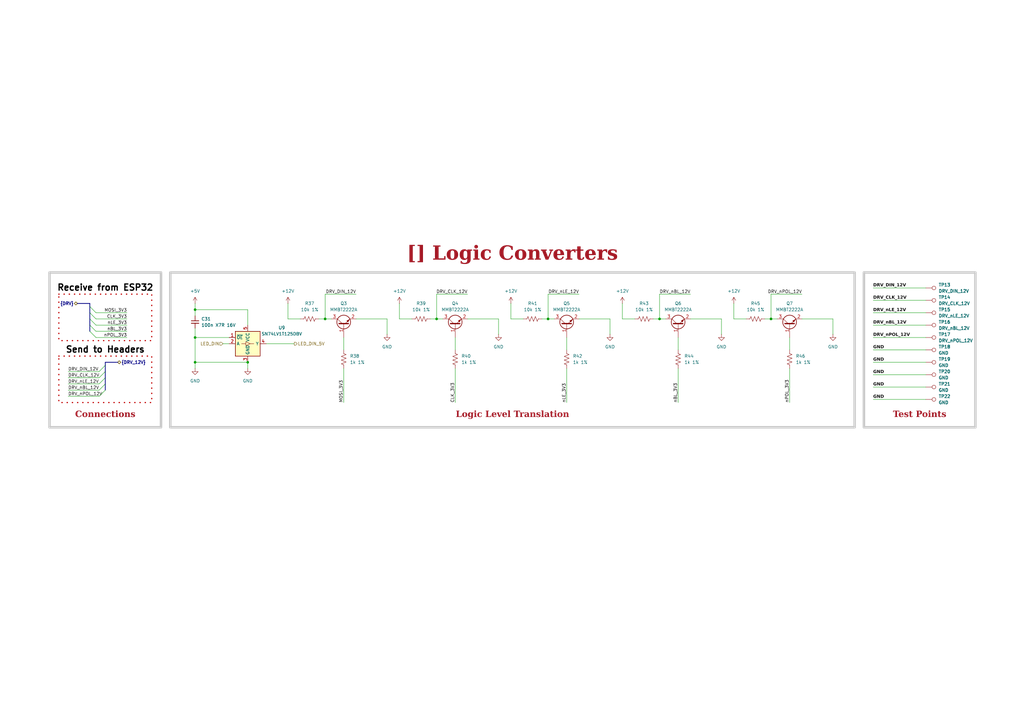
<source format=kicad_sch>
(kicad_sch (version 20231120) (generator "eeschema") (generator_version "8.0")
  (paper "A3")
  (title_block (title "Logic Converters") (date "2025-02-15") (rev "${REVISION}") (company "${COMPANY}"))
  (lib_symbols
    (symbol "Connector:TestPoint" (pin_numbers hide) (pin_names (offset 0.762) hide)
      (property "Reference" "TP" (at 0 6.858 0))
      (property "Value" "TestPoint" (at 0 5.08 0))
      (symbol "TestPoint_0_1"
        (circle (center 0 3.302) (radius 0.762))
      )
      (symbol "TestPoint_1_1"
        (pin passive line (at 0 0 90) (length 2.54) (name "1") (number "1"))
      )
    )
    (symbol "Device:C_Small" (pin_numbers hide) (pin_names (offset 0.254) hide)
      (property "Reference" "C" (at 0.254 1.778 0))
      (property "Value" "C_Small" (at 0.254 -2.032 0))
      (symbol "C_Small_0_1"
        (polyline (pts (xy -1.524 -0.508) (xy 1.524 -0.508)) (stroke (width 0.3302)))
        (polyline (pts (xy -1.524 0.508) (xy 1.524 0.508)) (stroke (width 0.3048)))
      )
      (symbol "C_Small_1_1"
        (pin passive line (at 0 2.54 270) (length 2.032) (name "~") (number "1"))
        (pin passive line (at 0 -2.54 90) (length 2.032) (name "~") (number "2"))
      )
    )
    (symbol "Device:R_US" (pin_numbers hide) (pin_names (offset 0))
      (property "Reference" "R" (at 2.54 0 90))
      (property "Value" "R_US" (at -2.54 0 90))
      (symbol "R_US_0_1"
        (polyline (pts (xy 0 -2.286) (xy 0 -2.54)))
        (polyline (pts (xy 0 2.286) (xy 0 2.54)))
        (polyline (pts (xy 0 -0.762) (xy 1.016 -1.143) (xy 0 -1.524) (xy -1.016 -1.905) (xy 0 -2.286)))
        (polyline (pts (xy 0 0.762) (xy 1.016 0.381) (xy 0 0) (xy -1.016 -0.381) (xy 0 -0.762)))
        (polyline (pts (xy 0 2.286) (xy 1.016 1.905) (xy 0 1.524) (xy -1.016 1.143) (xy 0 0.762)))
      )
      (symbol "R_US_1_1"
        (pin passive line (at 0 3.81 270) (length 1.27) (name "~") (number "1"))
        (pin passive line (at 0 -3.81 90) (length 1.27) (name "~") (number "2"))
      )
    )
    (symbol "Logic_LevelTranslator:SN74LV1T125DBV"
      (property "Reference" "U" (at 5.08 6.35 0))
      (property "Value" "SN74LV1T125DBV" (at 5.08 3.81 0))
      (symbol "SN74LV1T125DBV_0_1"
        (rectangle (start -5.08 5.08) (end 5.08 -5.08) (stroke (width 0.254)) (fill (type background)))
        (polyline (pts (xy -0.762 0) (xy -2.54 0)))
        (polyline (pts (xy 1.016 0) (xy 2.54 0)))
      )
      (symbol "SN74LV1T125DBV_1_1"
        (polyline (pts (xy -0.762 -0.762) (xy -0.762 0.762) (xy 1.016 0) (xy -0.762 -0.762)))
        (pin input line (at -7.62 2.54 0) (length 2.54) (name "~{OE}") (number "1"))
        (pin input line (at -7.62 0 0) (length 2.54) (name "A") (number "2"))
        (pin power_in line (at 0 -7.62 90) (length 2.54) (name "GND") (number "3"))
        (pin output line (at 7.62 0 180) (length 2.54) (name "Y") (number "4"))
        (pin power_in line (at 0 7.62 270) (length 2.54) (name "VCC") (number "5"))
      )
    )
    (symbol "Transistor_BJT:MMBT2222A" (pin_names (offset 0) hide)
      (property "Reference" "Q" (at 5.08 1.905 0))
      (property "Value" "MMBT2222A" (at 5.08 0 0))
      (symbol "MMBT2222A_0_1"
        (polyline (pts (xy 0.635 0.635) (xy 2.54 2.54)))
        (polyline (pts (xy 0.635 -0.635) (xy 2.54 -2.54) (xy 2.54 -2.54)))
        (polyline (pts (xy 0.635 1.905) (xy 0.635 -1.905) (xy 0.635 -1.905)) (stroke (width 0.508)))
        (polyline (pts (xy 1.27 -1.778) (xy 1.778 -1.27) (xy 2.286 -2.286) (xy 1.27 -1.778) (xy 1.27 -1.778)) (fill (type outline)))
        (circle (center 1.27 0) (radius 2.8194) (stroke (width 0.254)))
      )
      (symbol "MMBT2222A_1_1"
        (pin input line (at -5.08 0 0) (length 5.715) (name "B") (number "1"))
        (pin passive line (at 2.54 -5.08 90) (length 2.54) (name "E") (number "2"))
        (pin passive line (at 2.54 5.08 270) (length 2.54) (name "C") (number "3"))
      )
    )
    (symbol "power:+12V" (power) (pin_numbers hide) (pin_names (offset 0) hide)
      (property "Value" "+12V" (at 0 3.556 0))
      (symbol "+12V_0_1"
        (polyline (pts (xy -0.762 1.27) (xy 0 2.54)))
        (polyline (pts (xy 0 0) (xy 0 2.54)))
        (polyline (pts (xy 0 2.54) (xy 0.762 1.27)))
      )
      (symbol "+12V_1_1"
        (pin power_in line (at 0 0 90) (length 0) (name "~") (number "1"))
      )
    )
    (symbol "power:+5V" (power) (pin_numbers hide) (pin_names (offset 0) hide)
      (property "Value" "+5V" (at 0 3.556 0))
      (symbol "+5V_0_1"
        (polyline (pts (xy -0.762 1.27) (xy 0 2.54)))
        (polyline (pts (xy 0 0) (xy 0 2.54)))
        (polyline (pts (xy 0 2.54) (xy 0.762 1.27)))
      )
      (symbol "+5V_1_1"
        (pin power_in line (at 0 0 90) (length 0) (name "~") (number "1"))
      )
    )
    (symbol "power:GND" (power) (pin_numbers hide) (pin_names (offset 0) hide)
      (property "Value" "GND" (at 0 -3.81 0))
      (symbol "GND_0_1"
        (polyline (pts (xy 0 0) (xy 0 -1.27) (xy 1.27 -1.27) (xy 0 -2.54) (xy -1.27 -1.27) (xy 0 -1.27)))
      )
      (symbol "GND_1_1"
        (pin power_in line (at 0 0 270) (length 0) (name "~") (number "1"))
      )
    )
  )
  (junction (at 80.01 148.59))
  (junction (at 179.07 130.81))
  (junction (at 80.01 138.43))
  (junction (at 133.35 130.81))
  (junction (at 316.23 130.81))
  (junction (at 224.79 130.81))
  (junction (at 80.01 127))
  (junction (at 101.6 148.59))
  (junction (at 270.51 130.81))
  (bus_entry (at 40.64 157.48) (size 2.54 -2.54))
  (bus_entry (at 39.37 130.81) (size -2.54 -2.54))
  (bus_entry (at 40.64 154.94) (size 2.54 -2.54))
  (bus_entry (at 39.37 128.27) (size -2.54 -2.54))
  (bus_entry (at 39.37 135.89) (size -2.54 -2.54))
  (bus_entry (at 40.64 160.02) (size 2.54 -2.54))
  (bus_entry (at 39.37 138.43) (size -2.54 -2.54))
  (bus_entry (at 40.64 162.56) (size 2.54 -2.54))
  (bus_entry (at 39.37 133.35) (size -2.54 -2.54))
  (bus_entry (at 40.64 152.4) (size 2.54 -2.54))
  (wire (pts (xy 27.94 157.48) (xy 40.64 157.48)))
  (wire (pts (xy 316.23 130.81) (xy 318.77 130.81)))
  (wire (pts (xy 278.13 165.1) (xy 278.13 151.13)))
  (wire (pts (xy 255.27 130.81) (xy 260.35 130.81)))
  (wire (pts (xy 179.07 120.65) (xy 191.77 120.65)))
  (wire (pts (xy 39.37 133.35) (xy 52.07 133.35)))
  (wire (pts (xy 80.01 127) (xy 101.6 127)))
  (wire (pts (xy 341.63 130.81) (xy 341.63 137.16)))
  (wire (pts (xy 204.47 130.81) (xy 204.47 137.16)))
  (wire (pts (xy 186.69 165.1) (xy 186.69 151.13)))
  (wire (pts (xy 101.6 148.59) (xy 101.6 151.13)))
  (bus (pts (xy 36.83 125.73) (xy 36.83 128.27)))
  (wire (pts (xy 101.6 127) (xy 101.6 133.35)))
  (wire (pts (xy 27.94 152.4) (xy 40.64 152.4)))
  (wire (pts (xy 133.35 130.81) (xy 133.35 120.65)))
  (bus (pts (xy 31.75 124.46) (xy 36.83 124.46)))
  (bus (pts (xy 36.83 124.46) (xy 36.83 125.73)))
  (wire (pts (xy 224.79 130.81) (xy 224.79 120.65)))
  (wire (pts (xy 358.14 143.51) (xy 379.73 143.51)))
  (wire (pts (xy 267.97 130.81) (xy 270.51 130.81)))
  (wire (pts (xy 283.21 130.81) (xy 295.91 130.81)))
  (wire (pts (xy 39.37 138.43) (xy 52.07 138.43)))
  (wire (pts (xy 130.81 130.81) (xy 133.35 130.81)))
  (bus (pts (xy 48.26 148.59) (xy 43.18 148.59)))
  (wire (pts (xy 163.83 124.46) (xy 163.83 130.81)))
  (wire (pts (xy 163.83 130.81) (xy 168.91 130.81)))
  (wire (pts (xy 176.53 130.81) (xy 179.07 130.81)))
  (wire (pts (xy 186.69 138.43) (xy 186.69 143.51)))
  (bus (pts (xy 36.83 128.27) (xy 36.83 130.81)))
  (wire (pts (xy 39.37 135.89) (xy 52.07 135.89)))
  (wire (pts (xy 300.99 124.46) (xy 300.99 130.81)))
  (wire (pts (xy 27.94 160.02) (xy 40.64 160.02)))
  (wire (pts (xy 278.13 138.43) (xy 278.13 143.51)))
  (wire (pts (xy 80.01 138.43) (xy 80.01 148.59)))
  (bus (pts (xy 36.83 133.35) (xy 36.83 135.89)))
  (wire (pts (xy 133.35 120.65) (xy 146.05 120.65)))
  (wire (pts (xy 209.55 130.81) (xy 214.63 130.81)))
  (wire (pts (xy 270.51 120.65) (xy 283.21 120.65)))
  (wire (pts (xy 39.37 130.81) (xy 52.07 130.81)))
  (wire (pts (xy 323.85 165.1) (xy 323.85 151.13)))
  (wire (pts (xy 80.01 127) (xy 80.01 129.54)))
  (wire (pts (xy 232.41 165.1) (xy 232.41 151.13)))
  (wire (pts (xy 179.07 130.81) (xy 179.07 120.65)))
  (wire (pts (xy 191.77 130.81) (xy 204.47 130.81)))
  (bus (pts (xy 43.18 157.48) (xy 43.18 160.02)))
  (wire (pts (xy 250.19 130.81) (xy 250.19 137.16)))
  (wire (pts (xy 80.01 134.62) (xy 80.01 138.43)))
  (wire (pts (xy 140.97 138.43) (xy 140.97 143.51)))
  (wire (pts (xy 270.51 130.81) (xy 270.51 120.65)))
  (wire (pts (xy 179.07 130.81) (xy 181.61 130.81)))
  (wire (pts (xy 358.14 118.11) (xy 379.73 118.11)))
  (wire (pts (xy 358.14 153.67) (xy 379.73 153.67)))
  (bus (pts (xy 36.83 130.81) (xy 36.83 133.35)))
  (wire (pts (xy 146.05 130.81) (xy 158.75 130.81)))
  (wire (pts (xy 237.49 130.81) (xy 250.19 130.81)))
  (wire (pts (xy 316.23 130.81) (xy 316.23 120.65)))
  (wire (pts (xy 209.55 124.46) (xy 209.55 130.81)))
  (wire (pts (xy 80.01 148.59) (xy 80.01 151.13)))
  (wire (pts (xy 358.14 128.27) (xy 379.73 128.27)))
  (wire (pts (xy 270.51 130.81) (xy 273.05 130.81)))
  (wire (pts (xy 118.11 124.46) (xy 118.11 130.81)))
  (wire (pts (xy 224.79 120.65) (xy 237.49 120.65)))
  (wire (pts (xy 358.14 123.19) (xy 379.73 123.19)))
  (wire (pts (xy 93.98 138.43) (xy 80.01 138.43)))
  (wire (pts (xy 27.94 162.56) (xy 40.64 162.56)))
  (wire (pts (xy 358.14 158.75) (xy 379.73 158.75)))
  (wire (pts (xy 109.22 140.97) (xy 120.65 140.97)))
  (wire (pts (xy 224.79 130.81) (xy 227.33 130.81)))
  (wire (pts (xy 358.14 133.35) (xy 379.73 133.35)))
  (wire (pts (xy 158.75 130.81) (xy 158.75 137.16)))
  (bus (pts (xy 43.18 152.4) (xy 43.18 154.94)))
  (wire (pts (xy 80.01 124.46) (xy 80.01 127)))
  (wire (pts (xy 133.35 130.81) (xy 135.89 130.81)))
  (wire (pts (xy 39.37 128.27) (xy 52.07 128.27)))
  (wire (pts (xy 80.01 148.59) (xy 101.6 148.59)))
  (wire (pts (xy 91.44 140.97) (xy 93.98 140.97)))
  (wire (pts (xy 295.91 130.81) (xy 295.91 137.16)))
  (wire (pts (xy 323.85 138.43) (xy 323.85 143.51)))
  (wire (pts (xy 358.14 163.83) (xy 379.73 163.83)))
  (bus (pts (xy 43.18 154.94) (xy 43.18 157.48)))
  (wire (pts (xy 222.25 130.81) (xy 224.79 130.81)))
  (wire (pts (xy 118.11 130.81) (xy 123.19 130.81)))
  (wire (pts (xy 232.41 138.43) (xy 232.41 143.51)))
  (wire (pts (xy 358.14 148.59) (xy 379.73 148.59)))
  (wire (pts (xy 140.97 165.1) (xy 140.97 151.13)))
  (wire (pts (xy 358.14 138.43) (xy 379.73 138.43)))
  (bus (pts (xy 43.18 148.59) (xy 43.18 149.86)))
  (wire (pts (xy 313.69 130.81) (xy 316.23 130.81)))
  (wire (pts (xy 328.93 130.81) (xy 341.63 130.81)))
  (bus (pts (xy 43.18 149.86) (xy 43.18 152.4)))
  (wire (pts (xy 255.27 124.46) (xy 255.27 130.81)))
  (wire (pts (xy 300.99 130.81) (xy 306.07 130.81)))
  (wire (pts (xy 27.94 154.94) (xy 40.64 154.94)))
  (wire (pts (xy 316.23 120.65) (xy 328.93 120.65)))
  (rectangle (start 24.13 120.65) (end 62.23 139.7) (stroke (width 0.508) (type dot) (color 194 0 0 1)))
  (rectangle (start 20.32 111.76) (end 66.04 175.26) (stroke (width 1.016) (color 200 200 200 1)))
  (rectangle (start 69.85 111.76) (end 350.52 175.26) (stroke (width 1.016) (color 200 200 200 1)))
  (rectangle (start 24.13 146.05) (end 62.23 165.1) (stroke (width 0.508) (type dot) (color 194 0 0 1)))
  (rectangle (start 354.33 111.76) (end 400.05 175.26) (stroke (width 1.016) (color 200 200 200 1)))
  (text_box "[${#}] ${TITLE}" (at 20.32 99.06 0) (size 379.73 12.7) (stroke (width -0.0001)) (effects (font (size 5.715 5.715) (thickness 0.508) (bold yes)) (justify bottom)))
  (text_box "Test Points" (at 354.33 166.37 0) (size 45.72 6.985) (stroke (width -0.0001)) (effects (font (size 2.54 2.54) (thickness 0.508) (bold yes)) (justify bottom)))
  (text_box "Connections" (at 20.32 166.37 0) (size 45.72 6.985) (stroke (width -0.0001)) (effects (font (size 2.54 2.54) (thickness 0.508) (bold yes)) (justify bottom)))
  (text_box "Logic Level Translation" (at 69.85 163.83 0) (size 280.67 9.525) (stroke (width -0.0001)) (effects (font (size 2.54 2.54) (thickness 0.508) (bold yes)) (justify bottom)))
  (text "Send to Headers" (at 43.18 143.51 0) (effects (font (size 2.54 2.54) (thickness 0.508) (bold yes))))
  (text "Receive from ESP32" (at 43.18 118.11 0) (effects (font (size 2.54 2.54) (thickness 0.508) (bold yes))))
  (label "MOSI_3V3" (at 52.07 128.27 180))
  (label "DRV_DIN_12V" (at 146.05 120.65 180))
  (label "nBL_3V3" (at 278.13 165.1 90) (effects (font (thickness 0.1588))))
  (label "GND" (at 358.14 163.83 0) (effects (font (thickness 0.254) (bold yes))))
  (label "DRV_DIN_12V" (at 27.94 152.4 0))
  (label "DRV_CLK_12V" (at 191.77 120.65 180))
  (label "DRV_DIN_12V" (at 358.14 118.11 0) (effects (font (bold yes))))
  (label "DRV_nLE_12V" (at 237.49 120.65 180))
  (label "nBL_3V3" (at 52.07 135.89 180) (effects (font (thickness 0.1588))))
  (label "GND" (at 358.14 143.51 0) (effects (font (thickness 0.254) (bold yes))))
  (label "DRV_nBL_12V" (at 358.14 133.35 0) (effects (font (bold yes))))
  (label "DRV_nPOL_12V" (at 358.14 138.43 0) (effects (font (bold yes))))
  (label "CLK_3V3" (at 186.69 165.1 90))
  (label "GND" (at 358.14 148.59 0) (effects (font (thickness 0.254) (bold yes))))
  (label "MOSI_3V3" (at 140.97 165.1 90))
  (label "DRV_nLE_12V" (at 27.94 157.48 0))
  (label "nPOL_3V3" (at 52.07 138.43 180) (effects (font (thickness 0.1588))))
  (label "DRV_nPOL_12V" (at 27.94 162.56 0))
  (label "DRV_CLK_12V" (at 27.94 154.94 0))
  (label "DRV_CLK_12V" (at 358.14 123.19 0) (effects (font (bold yes))))
  (label "DRV_nLE_12V" (at 358.14 128.27 0) (effects (font (bold yes))))
  (label "GND" (at 358.14 153.67 0) (effects (font (thickness 0.254) (bold yes))))
  (label "CLK_3V3" (at 52.07 130.81 180))
  (label "nLE_3V3" (at 52.07 133.35 180) (effects (font (thickness 0.1588))))
  (label "DRV_nBL_12V" (at 27.94 160.02 0))
  (label "nLE_3V3" (at 232.41 165.1 90) (effects (font (thickness 0.1588))))
  (label "DRV_nPOL_12V" (at 328.93 120.65 180))
  (label "nPOL_3V3" (at 323.85 165.1 90) (effects (font (thickness 0.1588))))
  (label "DRV_nBL_12V" (at 283.21 120.65 180))
  (label "GND" (at 358.14 158.75 0) (effects (font (thickness 0.254) (bold yes))))
  (hierarchical_label "{DRV}" (shape bidirectional) (at 31.75 124.46 180) (effects (font (thickness 0.254) (bold yes))))
  (hierarchical_label "LED_DIN_5V" (shape output) (at 120.65 140.97 0))
  (hierarchical_label "{DRV_12V}" (shape bidirectional) (at 48.26 148.59 0) (effects (font (thickness 0.254) (bold yes))))
  (hierarchical_label "LED_DIN" (shape input) (at 91.44 140.97 180))
  (symbol (lib_id "Logic_LevelTranslator:SN74LV1T125DBV") (at 101.6 140.97 0) (unit 1)
    (property "Reference" "U9" (at 115.57 134.4127 0))
    (property "Value" "SN74LV1T125DBV" (at 115.57 136.9527 0))
    (property "Footprint" "Package_TO_SOT_SMD:SOT-23-5" (effects (hide yes)))
    (property "Datasheet" "https://www.ti.com/lit/ds/symlink/sn74lv1t125.pdf" (effects (hide yes)))
    (property "Description" "Single Power Supply, Single Buffer Gate with 3-State Output, CMOS Logic Level Shifter Level Shifter, SOT-23-5" (effects (hide yes)))
  )
  (symbol (lib_id "Device:R_US") (at 232.41 147.32 180) (unit 1)
    (property "Reference" "R42" (at 234.95 146.05 0) (effects (justify right)))
    (property "Value" "1k 1%" (at 234.95 148.59 0) (effects (justify right)))
    (property "Footprint" "Resistor_SMD:R_0402_1005Metric_Pad0.72x0.64mm_HandSolder" (effects (hide yes)))
    (property "Datasheet" "https://industrial.panasonic.com/cdbs/www-data/pdf/RDA0000/AOA0000C304.pdf" (effects (hide yes)))
    (property "Description" "RES SMD 1K OHM 1% 1/10W 0402" (effects (hide yes)))
    (property "Part No." "ERJ-2RKF1001X" (effects (hide yes)))
  )
  (symbol (lib_id "power:GND") (at 295.91 137.16 0) (mirror y) (unit 1)
    (property "Reference" "#PWR64" (effects (hide yes)))
    (property "Value" "GND" (at 295.91 142.24 0))
    (property "Description" "Power symbol creates a global label with name \"GND\" , ground" (effects (hide yes)))
  )
  (symbol (lib_id "Connector:TestPoint") (at 379.73 133.35 270) (unit 1)
    (property "Reference" "TP16" (at 384.81 132.08 90) (effects (font (thickness 0.254) (bold yes)) (justify left)))
    (property "Value" "DRV_nBL_12V" (at 384.81 134.62 90) (effects (font (thickness 0.254) (bold yes)) (justify left)))
    (property "Footprint" "TestPoint:TestPoint_Pad_D1.0mm" (effects (hide yes)))
    (property "Description" "test point" (effects (hide yes)))
  )
  (symbol (lib_id "Connector:TestPoint") (at 379.73 138.43 270) (unit 1)
    (property "Reference" "TP17" (at 384.81 137.16 90) (effects (font (thickness 0.254) (bold yes)) (justify left)))
    (property "Value" "DRV_nPOL_12V" (at 384.81 139.7 90) (effects (font (thickness 0.254) (bold yes)) (justify left)))
    (property "Footprint" "TestPoint:TestPoint_Pad_D1.0mm" (effects (hide yes)))
    (property "Description" "test point" (effects (hide yes)))
  )
  (symbol (lib_id "Connector:TestPoint") (at 379.73 118.11 270) (unit 1)
    (property "Reference" "TP13" (at 384.81 116.84 90) (effects (font (thickness 0.254) (bold yes)) (justify left)))
    (property "Value" "DRV_DIN_12V" (at 384.81 119.38 90) (effects (font (thickness 0.254) (bold yes)) (justify left)))
    (property "Footprint" "TestPoint:TestPoint_Pad_D1.0mm" (effects (hide yes)))
    (property "Description" "test point" (effects (hide yes)))
  )
  (symbol (lib_id "Connector:TestPoint") (at 379.73 123.19 270) (unit 1)
    (property "Reference" "TP14" (at 384.81 121.92 90) (effects (font (thickness 0.254) (bold yes)) (justify left)))
    (property "Value" "DRV_CLK_12V" (at 384.81 124.46 90) (effects (font (thickness 0.254) (bold yes)) (justify left)))
    (property "Footprint" "TestPoint:TestPoint_Pad_D1.0mm" (effects (hide yes)))
    (property "Description" "test point" (effects (hide yes)))
  )
  (symbol (lib_id "power:+5V") (at 80.01 124.46 0) (unit 1)
    (property "Reference" "#PWR54" (effects (hide yes)))
    (property "Value" "+5V" (at 80.01 119.38 0))
    (property "Description" "Power symbol creates a global label with name \"+5V\"" (effects (hide yes)))
  )
  (symbol (lib_id "Connector:TestPoint") (at 379.73 158.75 270) (unit 1)
    (property "Reference" "TP21" (at 384.81 157.48 90) (effects (font (thickness 0.254) (bold yes)) (justify left)))
    (property "Value" "GND" (at 384.81 160.02 90) (effects (font (thickness 0.254) (bold yes)) (justify left)))
    (property "Footprint" "TestPoint:TestPoint_Pad_D1.0mm" (effects (hide yes)))
    (property "Description" "test point" (effects (hide yes)))
  )
  (symbol (lib_id "Connector:TestPoint") (at 379.73 163.83 270) (unit 1)
    (property "Reference" "TP22" (at 384.81 162.56 90) (effects (font (thickness 0.254) (bold yes)) (justify left)))
    (property "Value" "GND" (at 384.81 165.1 90) (effects (font (thickness 0.254) (bold yes)) (justify left)))
    (property "Footprint" "TestPoint:TestPoint_Pad_D1.0mm" (effects (hide yes)))
    (property "Description" "test point" (effects (hide yes)))
  )
  (symbol (lib_id "Connector:TestPoint") (at 379.73 143.51 270) (unit 1)
    (property "Reference" "TP18" (at 384.81 142.24 90) (effects (font (thickness 0.254) (bold yes)) (justify left)))
    (property "Value" "GND" (at 384.81 144.78 90) (effects (font (thickness 0.254) (bold yes)) (justify left)))
    (property "Footprint" "TestPoint:TestPoint_Pad_D1.0mm" (effects (hide yes)))
    (property "Description" "test point" (effects (hide yes)))
  )
  (symbol (lib_id "Device:R_US") (at 127 130.81 90) (unit 1)
    (property "Reference" "R37" (at 127 124.46 90))
    (property "Value" "10k 1%" (at 127 127 90))
    (property "Footprint" "Resistor_SMD:R_0402_1005Metric_Pad0.72x0.64mm_HandSolder" (effects (hide yes)))
    (property "Datasheet" "https://www.yageo.com/upload/media/product/productsearch/datasheet/rchip/PYu-AC_51_RoHS_L_10.pdf" (effects (hide yes)))
    (property "Description" "RES SMD 107K OHM 1% 1/16W 0402" (effects (hide yes)))
    (property "Part No." "AC0402FR-07107KL" (effects (hide yes)))
  )
  (symbol (lib_id "Connector:TestPoint") (at 379.73 148.59 270) (unit 1)
    (property "Reference" "TP19" (at 384.81 147.32 90) (effects (font (thickness 0.254) (bold yes)) (justify left)))
    (property "Value" "GND" (at 384.81 149.86 90) (effects (font (thickness 0.254) (bold yes)) (justify left)))
    (property "Footprint" "TestPoint:TestPoint_Pad_D1.0mm" (effects (hide yes)))
    (property "Description" "test point" (effects (hide yes)))
  )
  (symbol (lib_id "Transistor_BJT:MMBT2222A") (at 232.41 133.35 90) (unit 1)
    (property "Reference" "Q5" (at 232.41 124.46 90))
    (property "Value" "MMBT2222A" (at 232.41 127 90))
    (property "Footprint" "Package_TO_SOT_SMD:SOT-23" (effects (hide yes)))
    (property "Datasheet" "https://assets.nexperia.com/documents/data-sheet/MMBT2222A.pdf" (effects (hide yes)))
    (property "Description" "600mA Ic, 40V Vce, NPN Transistor, SOT-23" (effects (hide yes)))
  )
  (symbol (lib_id "Transistor_BJT:MMBT2222A") (at 278.13 133.35 90) (unit 1)
    (property "Reference" "Q6" (at 278.13 124.46 90))
    (property "Value" "MMBT2222A" (at 278.13 127 90))
    (property "Footprint" "Package_TO_SOT_SMD:SOT-23" (effects (hide yes)))
    (property "Datasheet" "https://assets.nexperia.com/documents/data-sheet/MMBT2222A.pdf" (effects (hide yes)))
    (property "Description" "600mA Ic, 40V Vce, NPN Transistor, SOT-23" (effects (hide yes)))
  )
  (symbol (lib_id "Connector:TestPoint") (at 379.73 128.27 270) (unit 1)
    (property "Reference" "TP15" (at 384.81 127 90) (effects (font (thickness 0.254) (bold yes)) (justify left)))
    (property "Value" "DRV_nLE_12V" (at 384.81 129.54 90) (effects (font (thickness 0.254) (bold yes)) (justify left)))
    (property "Footprint" "TestPoint:TestPoint_Pad_D1.0mm" (effects (hide yes)))
    (property "Description" "test point" (effects (hide yes)))
  )
  (symbol (lib_id "Device:R_US") (at 218.44 130.81 90) (unit 1)
    (property "Reference" "R41" (at 218.44 124.46 90))
    (property "Value" "10k 1%" (at 218.44 127 90))
    (property "Footprint" "Resistor_SMD:R_0402_1005Metric_Pad0.72x0.64mm_HandSolder" (effects (hide yes)))
    (property "Datasheet" "https://www.yageo.com/upload/media/product/productsearch/datasheet/rchip/PYu-AC_51_RoHS_L_10.pdf" (effects (hide yes)))
    (property "Description" "RES SMD 107K OHM 1% 1/16W 0402" (effects (hide yes)))
    (property "Part No." "AC0402FR-07107KL" (effects (hide yes)))
  )
  (symbol (lib_id "power:+12V") (at 300.99 124.46 0) (unit 1)
    (property "Reference" "#PWR65" (effects (hide yes)))
    (property "Value" "+12V" (at 300.99 119.38 0))
    (property "Description" "Power symbol creates a global label with name \"+12V\"" (effects (hide yes)))
  )
  (symbol (lib_id "power:+12V") (at 209.55 124.46 0) (unit 1)
    (property "Reference" "#PWR61" (effects (hide yes)))
    (property "Value" "+12V" (at 209.55 119.38 0))
    (property "Description" "Power symbol creates a global label with name \"+12V\"" (effects (hide yes)))
  )
  (symbol (lib_id "Device:R_US") (at 172.72 130.81 90) (unit 1)
    (property "Reference" "R39" (at 172.72 124.46 90))
    (property "Value" "10k 1%" (at 172.72 127 90))
    (property "Footprint" "Resistor_SMD:R_0402_1005Metric_Pad0.72x0.64mm_HandSolder" (effects (hide yes)))
    (property "Datasheet" "https://www.yageo.com/upload/media/product/productsearch/datasheet/rchip/PYu-AC_51_RoHS_L_10.pdf" (effects (hide yes)))
    (property "Description" "RES SMD 107K OHM 1% 1/16W 0402" (effects (hide yes)))
    (property "Part No." "AC0402FR-07107KL" (effects (hide yes)))
  )
  (symbol (lib_id "Transistor_BJT:MMBT2222A") (at 186.69 133.35 90) (unit 1)
    (property "Reference" "Q4" (at 186.69 124.46 90))
    (property "Value" "MMBT2222A" (at 186.69 127 90))
    (property "Footprint" "Package_TO_SOT_SMD:SOT-23" (effects (hide yes)))
    (property "Datasheet" "https://assets.nexperia.com/documents/data-sheet/MMBT2222A.pdf" (effects (hide yes)))
    (property "Description" "600mA Ic, 40V Vce, NPN Transistor, SOT-23" (effects (hide yes)))
  )
  (symbol (lib_id "Device:R_US") (at 264.16 130.81 90) (unit 1)
    (property "Reference" "R43" (at 264.16 124.46 90))
    (property "Value" "10k 1%" (at 264.16 127 90))
    (property "Footprint" "Resistor_SMD:R_0402_1005Metric_Pad0.72x0.64mm_HandSolder" (effects (hide yes)))
    (property "Datasheet" "https://www.yageo.com/upload/media/product/productsearch/datasheet/rchip/PYu-AC_51_RoHS_L_10.pdf" (effects (hide yes)))
    (property "Description" "RES SMD 107K OHM 1% 1/16W 0402" (effects (hide yes)))
    (property "Part No." "AC0402FR-07107KL" (effects (hide yes)))
  )
  (symbol (lib_id "power:GND") (at 250.19 137.16 0) (mirror y) (unit 1)
    (property "Reference" "#PWR62" (effects (hide yes)))
    (property "Value" "GND" (at 250.19 142.24 0))
    (property "Description" "Power symbol creates a global label with name \"GND\" , ground" (effects (hide yes)))
  )
  (symbol (lib_id "Device:R_US") (at 323.85 147.32 180) (unit 1)
    (property "Reference" "R46" (at 326.39 146.05 0) (effects (justify right)))
    (property "Value" "1k 1%" (at 326.39 148.59 0) (effects (justify right)))
    (property "Footprint" "Resistor_SMD:R_0402_1005Metric_Pad0.72x0.64mm_HandSolder" (effects (hide yes)))
    (property "Datasheet" "https://industrial.panasonic.com/cdbs/www-data/pdf/RDA0000/AOA0000C304.pdf" (effects (hide yes)))
    (property "Description" "RES SMD 1K OHM 1% 1/10W 0402" (effects (hide yes)))
    (property "Part No." "ERJ-2RKF1001X" (effects (hide yes)))
  )
  (symbol (lib_id "power:GND") (at 341.63 137.16 0) (mirror y) (unit 1)
    (property "Reference" "#PWR66" (effects (hide yes)))
    (property "Value" "GND" (at 341.63 142.24 0))
    (property "Description" "Power symbol creates a global label with name \"GND\" , ground" (effects (hide yes)))
  )
  (symbol (lib_id "Device:R_US") (at 140.97 147.32 180) (unit 1)
    (property "Reference" "R38" (at 143.51 146.05 0) (effects (justify right)))
    (property "Value" "1k 1%" (at 143.51 148.59 0) (effects (justify right)))
    (property "Footprint" "Resistor_SMD:R_0402_1005Metric_Pad0.72x0.64mm_HandSolder" (effects (hide yes)))
    (property "Datasheet" "https://industrial.panasonic.com/cdbs/www-data/pdf/RDA0000/AOA0000C304.pdf" (effects (hide yes)))
    (property "Description" "RES SMD 1K OHM 1% 1/10W 0402" (effects (hide yes)))
    (property "Part No." "ERJ-2RKF1001X" (effects (hide yes)))
  )
  (symbol (lib_id "power:GND") (at 158.75 137.16 0) (mirror y) (unit 1)
    (property "Reference" "#PWR58" (effects (hide yes)))
    (property "Value" "GND" (at 158.75 142.24 0))
    (property "Description" "Power symbol creates a global label with name \"GND\" , ground" (effects (hide yes)))
  )
  (symbol (lib_id "Device:C_Small") (at 80.01 132.08 0) (unit 1)
    (property "Reference" "C31" (at 82.55 130.8163 0) (effects (justify left)))
    (property "Value" "100n X7R 16V" (at 82.55 133.3563 0) (effects (justify left)))
    (property "Footprint" "Capacitor_SMD:C_0805_2012Metric_Pad1.18x1.45mm_HandSolder" (effects (hide yes)))
    (property "Datasheet" "https://www.yageo.com/upload/media/product/productsearch/datasheet/mlcc/UPY-GPHC_X7R_6.3V-to-250V_24.pdf" (effects (hide yes)))
    (property "Description" "CAP CER 0.1UF 16V X7R 0805" (effects (hide yes)))
    (property "Part No." "CC0805KRX7R7BB104" (effects (hide yes)))
  )
  (symbol (lib_id "power:GND") (at 101.6 151.13 0) (unit 1)
    (property "Reference" "#PWR56" (effects (hide yes)))
    (property "Value" "GND" (at 101.6 156.21 0))
    (property "Description" "Power symbol creates a global label with name \"GND\" , ground" (effects (hide yes)))
  )
  (symbol (lib_id "Transistor_BJT:MMBT2222A") (at 140.97 133.35 90) (unit 1)
    (property "Reference" "Q3" (at 140.97 124.46 90))
    (property "Value" "MMBT2222A" (at 140.97 127 90))
    (property "Footprint" "Package_TO_SOT_SMD:SOT-23" (effects (hide yes)))
    (property "Datasheet" "https://assets.nexperia.com/documents/data-sheet/MMBT2222A.pdf" (effects (hide yes)))
    (property "Description" "600mA Ic, 40V Vce, NPN Transistor, SOT-23" (effects (hide yes)))
  )
  (symbol (lib_id "Device:R_US") (at 278.13 147.32 180) (unit 1)
    (property "Reference" "R44" (at 280.67 146.05 0) (effects (justify right)))
    (property "Value" "1k 1%" (at 280.67 148.59 0) (effects (justify right)))
    (property "Footprint" "Resistor_SMD:R_0402_1005Metric_Pad0.72x0.64mm_HandSolder" (effects (hide yes)))
    (property "Datasheet" "https://industrial.panasonic.com/cdbs/www-data/pdf/RDA0000/AOA0000C304.pdf" (effects (hide yes)))
    (property "Description" "RES SMD 1K OHM 1% 1/10W 0402" (effects (hide yes)))
    (property "Part No." "ERJ-2RKF1001X" (effects (hide yes)))
  )
  (symbol (lib_id "Device:R_US") (at 309.88 130.81 90) (unit 1)
    (property "Reference" "R45" (at 309.88 124.46 90))
    (property "Value" "10k 1%" (at 309.88 127 90))
    (property "Footprint" "Resistor_SMD:R_0402_1005Metric_Pad0.72x0.64mm_HandSolder" (effects (hide yes)))
    (property "Datasheet" "https://www.yageo.com/upload/media/product/productsearch/datasheet/rchip/PYu-AC_51_RoHS_L_10.pdf" (effects (hide yes)))
    (property "Description" "RES SMD 107K OHM 1% 1/16W 0402" (effects (hide yes)))
    (property "Part No." "AC0402FR-07107KL" (effects (hide yes)))
  )
  (symbol (lib_id "Transistor_BJT:MMBT2222A") (at 323.85 133.35 90) (unit 1)
    (property "Reference" "Q7" (at 323.85 124.46 90))
    (property "Value" "MMBT2222A" (at 323.85 127 90))
    (property "Footprint" "Package_TO_SOT_SMD:SOT-23" (effects (hide yes)))
    (property "Datasheet" "https://assets.nexperia.com/documents/data-sheet/MMBT2222A.pdf" (effects (hide yes)))
    (property "Description" "600mA Ic, 40V Vce, NPN Transistor, SOT-23" (effects (hide yes)))
  )
  (symbol (lib_id "power:+12V") (at 118.11 124.46 0) (unit 1)
    (property "Reference" "#PWR57" (effects (hide yes)))
    (property "Value" "+12V" (at 118.11 119.38 0))
    (property "Description" "Power symbol creates a global label with name \"+12V\"" (effects (hide yes)))
  )
  (symbol (lib_id "Device:R_US") (at 186.69 147.32 180) (unit 1)
    (property "Reference" "R40" (at 189.23 146.05 0) (effects (justify right)))
    (property "Value" "1k 1%" (at 189.23 148.59 0) (effects (justify right)))
    (property "Footprint" "Resistor_SMD:R_0402_1005Metric_Pad0.72x0.64mm_HandSolder" (effects (hide yes)))
    (property "Datasheet" "https://industrial.panasonic.com/cdbs/www-data/pdf/RDA0000/AOA0000C304.pdf" (effects (hide yes)))
    (property "Description" "RES SMD 1K OHM 1% 1/10W 0402" (effects (hide yes)))
    (property "Part No." "ERJ-2RKF1001X" (effects (hide yes)))
  )
  (symbol (lib_id "Connector:TestPoint") (at 379.73 153.67 270) (unit 1)
    (property "Reference" "TP20" (at 384.81 152.4 90) (effects (font (thickness 0.254) (bold yes)) (justify left)))
    (property "Value" "GND" (at 384.81 154.94 90) (effects (font (thickness 0.254) (bold yes)) (justify left)))
    (property "Footprint" "TestPoint:TestPoint_Pad_D1.0mm" (effects (hide yes)))
    (property "Description" "test point" (effects (hide yes)))
  )
  (symbol (lib_id "power:GND") (at 80.01 151.13 0) (unit 1)
    (property "Reference" "#PWR55" (effects (hide yes)))
    (property "Value" "GND" (at 80.01 156.21 0))
    (property "Description" "Power symbol creates a global label with name \"GND\" , ground" (effects (hide yes)))
  )
  (symbol (lib_id "power:+12V") (at 255.27 124.46 0) (unit 1)
    (property "Reference" "#PWR63" (effects (hide yes)))
    (property "Value" "+12V" (at 255.27 119.38 0))
    (property "Description" "Power symbol creates a global label with name \"+12V\"" (effects (hide yes)))
  )
  (symbol (lib_id "power:GND") (at 204.47 137.16 0) (mirror y) (unit 1)
    (property "Reference" "#PWR60" (effects (hide yes)))
    (property "Value" "GND" (at 204.47 142.24 0))
    (property "Description" "Power symbol creates a global label with name \"GND\" , ground" (effects (hide yes)))
  )
  (symbol (lib_id "power:+12V") (at 163.83 124.46 0) (unit 1)
    (property "Reference" "#PWR59" (effects (hide yes)))
    (property "Value" "+12V" (at 163.83 119.38 0))
    (property "Description" "Power symbol creates a global label with name \"+12V\"" (effects (hide yes)))
  )
)
</source>
